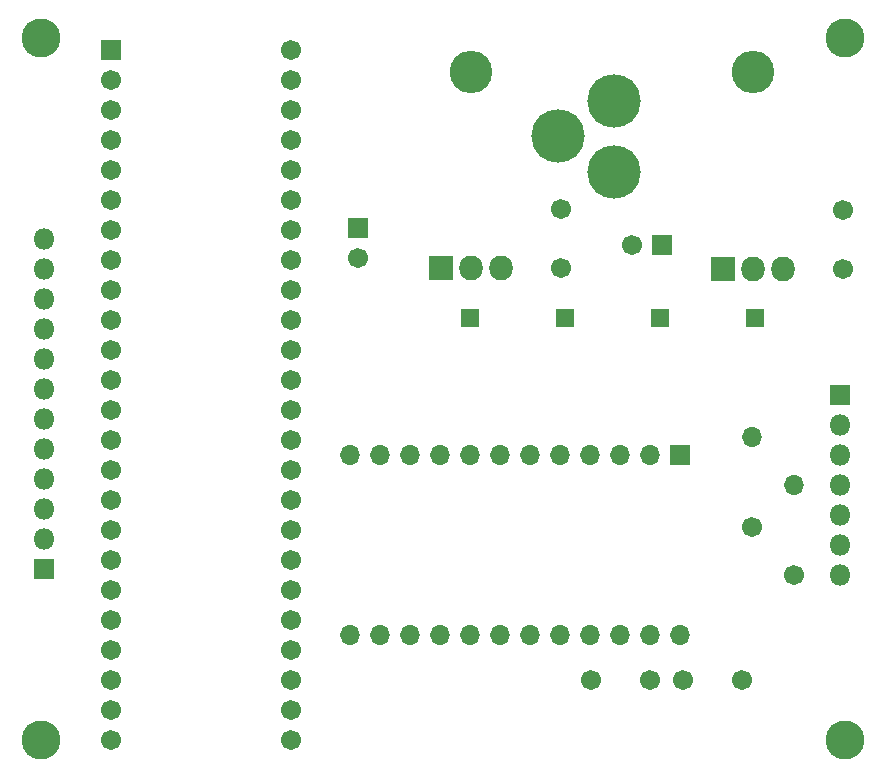
<source format=gts>
G04 #@! TF.GenerationSoftware,KiCad,Pcbnew,(5.0.0)*
G04 #@! TF.CreationDate,2018-10-18T19:20:22-07:00*
G04 #@! TF.ProjectId,Genesynth,47656E6573796E74682E6B696361645F,v0*
G04 #@! TF.SameCoordinates,Original*
G04 #@! TF.FileFunction,Soldermask,Top*
G04 #@! TF.FilePolarity,Negative*
%FSLAX46Y46*%
G04 Gerber Fmt 4.6, Leading zero omitted, Abs format (unit mm)*
G04 Created by KiCad (PCBNEW (5.0.0)) date 10/18/18 19:20:22*
%MOMM*%
%LPD*%
G01*
G04 APERTURE LIST*
%ADD10C,3.301600*%
%ADD11C,1.701600*%
%ADD12O,1.701600X1.701600*%
%ADD13R,1.801600X1.801600*%
%ADD14O,1.801600X1.801600*%
%ADD15R,1.701600X1.701600*%
%ADD16R,1.601600X1.601600*%
%ADD17O,3.601600X3.601600*%
%ADD18R,2.006600X2.101600*%
%ADD19O,2.006600X2.101600*%
%ADD20C,4.521200*%
G04 APERTURE END LIST*
D10*
G04 #@! TO.C,REF\002A\002A*
X157734000Y-129794000D03*
G04 #@! TD*
G04 #@! TO.C,REF\002A\002A*
X89662000Y-129794000D03*
G04 #@! TD*
G04 #@! TO.C,REF\002A\002A*
X89662000Y-70358000D03*
G04 #@! TD*
D11*
G04 #@! TO.C,R1*
X149860000Y-111760000D03*
D12*
X149860000Y-104140000D03*
G04 #@! TD*
D13*
G04 #@! TO.C,J1*
X157357000Y-100584000D03*
D14*
X157357000Y-103124000D03*
X157357000Y-105664000D03*
X157357000Y-108204000D03*
X157357000Y-110744000D03*
X157357000Y-113284000D03*
X157357000Y-115824000D03*
G04 #@! TD*
D12*
G04 #@! TO.C,R2*
X153416000Y-108204000D03*
D11*
X153416000Y-115824000D03*
G04 #@! TD*
D15*
G04 #@! TO.C,U2*
X143764000Y-105664000D03*
D12*
X115824000Y-120904000D03*
X141224000Y-105664000D03*
X118364000Y-120904000D03*
X138684000Y-105664000D03*
X120904000Y-120904000D03*
X136144000Y-105664000D03*
X123444000Y-120904000D03*
X133604000Y-105664000D03*
X125984000Y-120904000D03*
X131064000Y-105664000D03*
X128524000Y-120904000D03*
X128524000Y-105664000D03*
X131064000Y-120904000D03*
X125984000Y-105664000D03*
X133604000Y-120904000D03*
X123444000Y-105664000D03*
X136144000Y-120904000D03*
X120904000Y-105664000D03*
X138684000Y-120904000D03*
X118364000Y-105664000D03*
X141224000Y-120904000D03*
X115824000Y-105664000D03*
X143764000Y-120904000D03*
G04 #@! TD*
D11*
G04 #@! TO.C,C1*
X133747583Y-89863284D03*
X133747583Y-84863284D03*
G04 #@! TD*
G04 #@! TO.C,C2*
X157607000Y-84887000D03*
X157607000Y-89887000D03*
G04 #@! TD*
D15*
G04 #@! TO.C,C3*
X116574783Y-86463284D03*
D11*
X116574783Y-88963284D03*
G04 #@! TD*
G04 #@! TO.C,C4*
X139740000Y-87884000D03*
D15*
X142240000Y-87884000D03*
G04 #@! TD*
D13*
G04 #@! TO.C,J2*
X89916000Y-115316000D03*
D14*
X89916000Y-112776000D03*
X89916000Y-110236000D03*
X89916000Y-107696000D03*
X89916000Y-105156000D03*
X89916000Y-102616000D03*
X89916000Y-100076000D03*
X89916000Y-97536000D03*
X89916000Y-94996000D03*
X89916000Y-92456000D03*
X89916000Y-89916000D03*
X89916000Y-87376000D03*
G04 #@! TD*
D16*
G04 #@! TO.C,TP1*
X134060522Y-94107000D03*
G04 #@! TD*
G04 #@! TO.C,TP2*
X142087261Y-94107000D03*
G04 #@! TD*
G04 #@! TO.C,TP3*
X126033783Y-94107000D03*
G04 #@! TD*
G04 #@! TO.C,TP4*
X150114000Y-94107000D03*
G04 #@! TD*
D17*
G04 #@! TO.C,U3*
X126111183Y-73203284D03*
D18*
X123571183Y-89863284D03*
D19*
X126111183Y-89863284D03*
X128651183Y-89863284D03*
G04 #@! TD*
G04 #@! TO.C,U4*
X152510600Y-89887000D03*
X149970600Y-89887000D03*
D18*
X147430600Y-89887000D03*
D17*
X149970600Y-73227000D03*
G04 #@! TD*
D11*
G04 #@! TO.C,U1*
X95631000Y-112014000D03*
X95631000Y-114554000D03*
X95631000Y-117094000D03*
X95631000Y-119634000D03*
X95631000Y-109474000D03*
X95631000Y-106934000D03*
X95631000Y-104394000D03*
X95631000Y-122174000D03*
X95631000Y-124714000D03*
X95631000Y-127254000D03*
X95631000Y-129794000D03*
X110871000Y-129794000D03*
X110871000Y-127254000D03*
X110871000Y-124714000D03*
X110871000Y-122174000D03*
X110871000Y-119634000D03*
X110871000Y-117094000D03*
X110871000Y-114554000D03*
X110871000Y-112014000D03*
X95631000Y-101854000D03*
X95631000Y-99314000D03*
X95631000Y-96774000D03*
X95631000Y-94234000D03*
X95631000Y-91694000D03*
X95631000Y-89154000D03*
X95631000Y-86614000D03*
X95631000Y-84074000D03*
X95631000Y-81534000D03*
X95631000Y-78994000D03*
X95631000Y-76454000D03*
X95631000Y-73914000D03*
D15*
X95631000Y-71374000D03*
D11*
X110871000Y-109474000D03*
X110871000Y-106934000D03*
X110871000Y-104394000D03*
X110871000Y-101854000D03*
X110871000Y-99314000D03*
X110871000Y-96774000D03*
X110871000Y-94234000D03*
X110871000Y-91694000D03*
X110871000Y-89154000D03*
X110871000Y-86614000D03*
X110871000Y-84074000D03*
X110871000Y-81534000D03*
X110871000Y-78994000D03*
X110871000Y-76454000D03*
X110871000Y-73914000D03*
X110871000Y-71374000D03*
G04 #@! TD*
D20*
G04 #@! TO.C,J3*
X138176000Y-75692000D03*
X133477000Y-78691740D03*
X138176000Y-81691480D03*
G04 #@! TD*
D10*
G04 #@! TO.C,REF\002A\002A*
X157734000Y-70358000D03*
G04 #@! TD*
D11*
G04 #@! TO.C,C5*
X136224000Y-124714000D03*
X141224000Y-124714000D03*
G04 #@! TD*
G04 #@! TO.C,C6*
X144018000Y-124714000D03*
X149018000Y-124714000D03*
G04 #@! TD*
M02*

</source>
